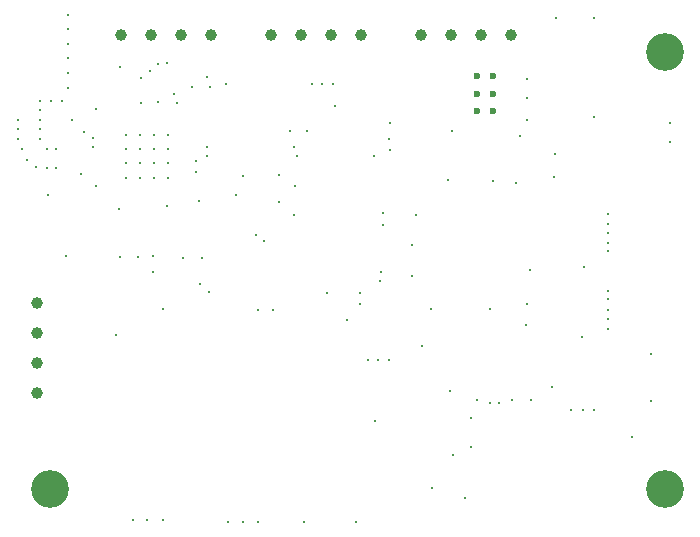
<source format=gbr>
%TF.GenerationSoftware,KiCad,Pcbnew,9.0.3*%
%TF.CreationDate,2025-07-24T10:50:34+02:00*%
%TF.ProjectId,LoRa_Project,4c6f5261-5f50-4726-9f6a-6563742e6b69,rev?*%
%TF.SameCoordinates,Original*%
%TF.FileFunction,Plated,1,4,PTH,Drill*%
%TF.FilePolarity,Positive*%
%FSLAX46Y46*%
G04 Gerber Fmt 4.6, Leading zero omitted, Abs format (unit mm)*
G04 Created by KiCad (PCBNEW 9.0.3) date 2025-07-24 10:50:34*
%MOMM*%
%LPD*%
G01*
G04 APERTURE LIST*
%TA.AperFunction,ComponentDrill*%
%ADD10C,0.200000*%
%TD*%
%TA.AperFunction,ViaDrill*%
%ADD11C,0.300000*%
%TD*%
%TA.AperFunction,ViaDrill*%
%ADD12C,0.600000*%
%TD*%
%TA.AperFunction,ComponentDrill*%
%ADD13C,1.000000*%
%TD*%
%TA.AperFunction,ComponentDrill*%
%ADD14C,3.200000*%
%TD*%
G04 APERTURE END LIST*
D10*
%TO.C,U5*%
X200400000Y-63000000D03*
X200400000Y-64200000D03*
X200400000Y-65400000D03*
X200400000Y-66600000D03*
X201600000Y-63000000D03*
X201600000Y-64200000D03*
X201600000Y-65400000D03*
X201600000Y-66600000D03*
X202800000Y-63000000D03*
X202800000Y-64200000D03*
X202800000Y-65400000D03*
X202800000Y-66600000D03*
X204000000Y-63000000D03*
X204000000Y-64200000D03*
X204000000Y-65400000D03*
X204000000Y-66600000D03*
%TD*%
D11*
X191300000Y-61700000D03*
X191300000Y-62500000D03*
X191300000Y-63300000D03*
X191600000Y-64200000D03*
X192000000Y-65100000D03*
X192800000Y-65700000D03*
X193100000Y-60100000D03*
X193100000Y-60900000D03*
X193100000Y-61700000D03*
X193100000Y-62500000D03*
X193100000Y-63300000D03*
X193700000Y-64200000D03*
X193700000Y-65800000D03*
X193793752Y-68100000D03*
X194050000Y-60100000D03*
X194500000Y-64200000D03*
X194500000Y-65800000D03*
X195000000Y-60100000D03*
X195300000Y-73206249D03*
X195500000Y-52800000D03*
X195500000Y-54040000D03*
X195500000Y-55280000D03*
X195500000Y-56520000D03*
X195500000Y-57760000D03*
X195500000Y-59000000D03*
X195834000Y-61722000D03*
X196596000Y-66294000D03*
X196850000Y-62738000D03*
X197612000Y-63246000D03*
X197612000Y-64008000D03*
X197866000Y-67310000D03*
X197900000Y-60800000D03*
X199600000Y-79900000D03*
X199800000Y-69300000D03*
X199900000Y-57200000D03*
X199900000Y-73306249D03*
X201000000Y-95634999D03*
X201400000Y-73306249D03*
X201700000Y-58200000D03*
X201703000Y-60300000D03*
X202200000Y-95634999D03*
X202400000Y-57600000D03*
X202692000Y-73282000D03*
X202700000Y-74600000D03*
X203100000Y-57000000D03*
X203100000Y-60200000D03*
X203500000Y-77700000D03*
X203500000Y-95634999D03*
X203874001Y-69025999D03*
X203900000Y-56900000D03*
X204500000Y-59500000D03*
X204700000Y-60300000D03*
X205200000Y-73406249D03*
X205994000Y-58928000D03*
X206300000Y-65200000D03*
X206300000Y-66100000D03*
X206600000Y-68600000D03*
X206700000Y-75600000D03*
X206804000Y-73389250D03*
X207300000Y-58100000D03*
X207300000Y-64000000D03*
X207300000Y-64800000D03*
X207400000Y-76300000D03*
X207544000Y-58928000D03*
X208900000Y-58700000D03*
X209069999Y-95769999D03*
X209700000Y-68100000D03*
X210300000Y-95734999D03*
X210306248Y-66500000D03*
X211400000Y-71500000D03*
X211600000Y-95734999D03*
X211610000Y-77800000D03*
X212100000Y-72000000D03*
X212880000Y-77800000D03*
X213400000Y-66400000D03*
X213400000Y-68700000D03*
X214300000Y-62700000D03*
X214600000Y-64000000D03*
X214600000Y-69800000D03*
X214700000Y-67300000D03*
X214900000Y-64800000D03*
X215500000Y-95800000D03*
X215700000Y-62700000D03*
X216150000Y-58700000D03*
X217025000Y-58700000D03*
X217400000Y-76406249D03*
X217900000Y-58700000D03*
X218100000Y-60500000D03*
X219100000Y-78700000D03*
X219900000Y-95800000D03*
X220200000Y-76400000D03*
X220200000Y-77300000D03*
X220900000Y-82050000D03*
X221400000Y-64800000D03*
X221500000Y-87200000D03*
X221775000Y-82050000D03*
X221950000Y-75350000D03*
X222000000Y-74600000D03*
X222200000Y-69600000D03*
X222200000Y-70600000D03*
X222650000Y-82050000D03*
X222675000Y-63325000D03*
X222800000Y-62000000D03*
X222800000Y-64300000D03*
X224600000Y-72300000D03*
X224600000Y-74900000D03*
X225000000Y-69800000D03*
X225500000Y-80900000D03*
X226225000Y-77725000D03*
X226300000Y-92900000D03*
X227700000Y-66800000D03*
X227800000Y-84700000D03*
X228000000Y-62700000D03*
X228100000Y-90100000D03*
X229100000Y-93700000D03*
X229600000Y-87000000D03*
X229600000Y-89400000D03*
X230100000Y-85400000D03*
X231200000Y-85700000D03*
X231212500Y-77700000D03*
X231500000Y-66900000D03*
X232000000Y-85700000D03*
X233100000Y-85400000D03*
X233400000Y-67100000D03*
X233800000Y-63100000D03*
X234286499Y-79126000D03*
X234375000Y-58250000D03*
X234375000Y-59850000D03*
X234375000Y-61750000D03*
X234386499Y-77326000D03*
X234600000Y-74400000D03*
X234700000Y-85400000D03*
X236500000Y-84300000D03*
X236650000Y-66550000D03*
X236700000Y-64600000D03*
X236800000Y-53100000D03*
X238100000Y-86300000D03*
X239000000Y-80100000D03*
X239100000Y-86300000D03*
X239200000Y-74200000D03*
X240000000Y-53100000D03*
X240000000Y-61500000D03*
X240000000Y-86300000D03*
X241200000Y-69700000D03*
X241200000Y-70500000D03*
X241200000Y-71300000D03*
X241200000Y-72100000D03*
X241200000Y-72800000D03*
X241200000Y-76200000D03*
X241200000Y-76900000D03*
X241200000Y-77800000D03*
X241200000Y-78600000D03*
X241200000Y-79400000D03*
X243250000Y-88550000D03*
X244850000Y-81500000D03*
X244850000Y-85550000D03*
X246500000Y-62000000D03*
X246500000Y-63600000D03*
D12*
X230100000Y-58000000D03*
X230100000Y-59500000D03*
X230100000Y-61000000D03*
X231500000Y-58000000D03*
X231500000Y-59500000D03*
X231500000Y-61000000D03*
D13*
%TO.C,J7*%
X192900000Y-77216000D03*
X192900000Y-79756000D03*
X192900000Y-82296000D03*
X192900000Y-84836000D03*
%TO.C,J1*%
X200000000Y-54500000D03*
X202540000Y-54500000D03*
X205080000Y-54500000D03*
X207620000Y-54500000D03*
%TO.C,J3*%
X212690000Y-54500000D03*
X215230000Y-54500000D03*
X217770000Y-54500000D03*
X220310000Y-54500000D03*
%TO.C,J6*%
X225420001Y-54500000D03*
X227960001Y-54500000D03*
X230500001Y-54500000D03*
X233040001Y-54500000D03*
D14*
%TO.C,H3*%
X194000000Y-93000000D03*
%TO.C,H2*%
X245999999Y-56000001D03*
%TO.C,H4*%
X245999999Y-92999999D03*
M02*

</source>
